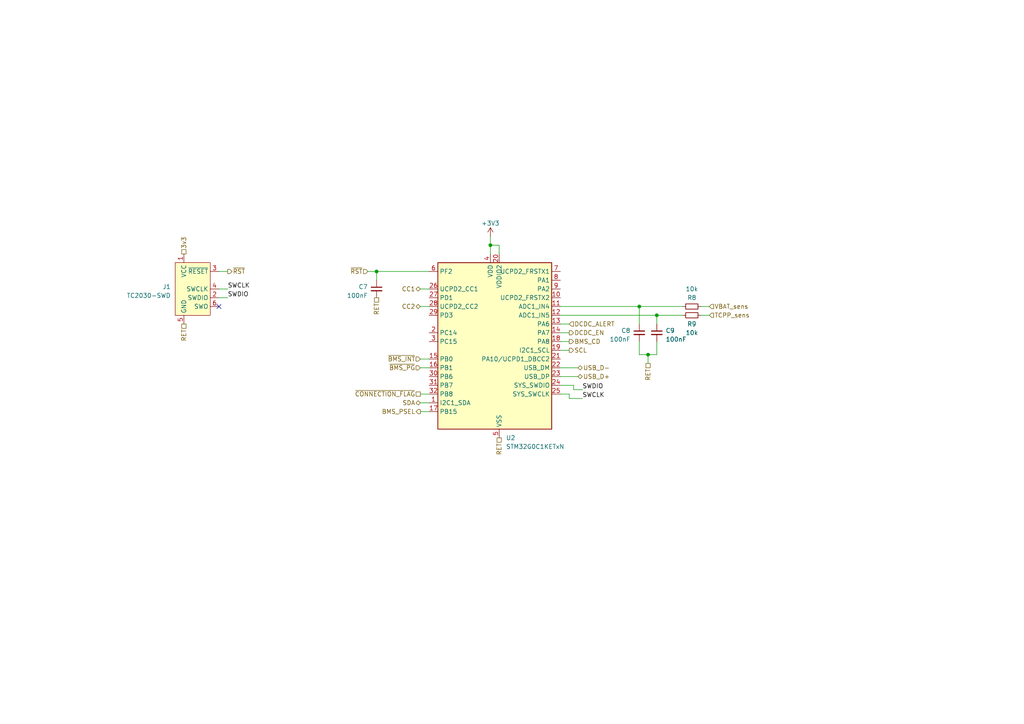
<source format=kicad_sch>
(kicad_sch (version 20230121) (generator eeschema)
  (paper "A4")
  (lib_symbols
    (symbol "Connector:Conn_ARM_SWD_TagConnect_TC2030" (in_bom no)
      (property "Reference" "J" (at 2.54 11.43 0))
      (property "Value" "Conn_ARM_SWD_TagConnect_TC2030" (at 5.08 8.89 0))
      (symbol "Conn_ARM_SWD_TagConnect_TC2030_0_0"
        (pin power_in line (at -2.54 10.16 270) (length 2.54) (name "VCC") (number "1"))
        (pin bidirectional line (at 7.62 -2.54 180) (length 2.54) (name "SWDIO") (number "2"))
        (pin open_collector line (at 7.62 5.08 180) (length 2.54) (name "~{RESET}") (number "3"))
        (pin output line (at 7.62 0 180) (length 2.54) (name "SWCLK") (number "4"))
        (pin power_in line (at -2.54 -10.16 90) (length 2.54) (name "GND") (number "5"))
        (pin input line (at 7.62 -5.08 180) (length 2.54) (name "SWO") (number "6"))
      )
      (symbol "Conn_ARM_SWD_TagConnect_TC2030_0_1"
        (rectangle (start -5.08 7.62) (end 5.08 -7.62) (fill (type background)))
      )
    )
    (symbol "Device:C_Small" (pin_numbers hide) (pin_names (offset 0.254) hide)
      (property "Reference" "C" (at 0.254 1.778 0))
      (property "Value" "C_Small" (at 0.254 -2.032 0))
      (symbol "C_Small_0_1"
        (polyline (pts (xy -1.524 -0.508) (xy 1.524 -0.508)) (stroke (width 0.3302)))
        (polyline (pts (xy -1.524 0.508) (xy 1.524 0.508)) (stroke (width 0.3048)))
      )
      (symbol "C_Small_1_1"
        (pin passive line (at 0 2.54 270) (length 2.032) (name "~") (number "1"))
        (pin passive line (at 0 -2.54 90) (length 2.032) (name "~") (number "2"))
      )
    )
    (symbol "Device:R_Small" (pin_numbers hide) (pin_names (offset 0.254) hide)
      (property "Reference" "R" (at 0.762 0.508 0))
      (property "Value" "R_Small" (at 0.762 -1.016 0))
      (symbol "R_Small_0_1"
        (rectangle (start -0.762 1.778) (end 0.762 -1.778) (stroke (width 0.2032)))
      )
      (symbol "R_Small_1_1"
        (pin passive line (at 0 2.54 270) (length 0.762) (name "~") (number "1"))
        (pin passive line (at 0 -2.54 90) (length 0.762) (name "~") (number "2"))
      )
    )
    (symbol "MCU_ST_STM32G0:STM32G0C1KETxN"
      (property "Reference" "U" (at -15.24 26.67 0))
      (property "Value" "STM32G0C1KETxN" (at 5.08 26.67 0))
      (symbol "STM32G0C1KETxN_0_1"
        (rectangle (start -15.24 -22.86) (end 17.78 25.4) (stroke (width 0.254)) (fill (type background)))
      )
      (symbol "STM32G0C1KETxN_1_1"
        (pin bidirectional line (at -17.78 -15.24 0) (length 2.54) (name "PB9") (number "1") (alternate "I2C1_SDA" bidirectional line) (alternate "UCPD2_FRSTX1" bidirectional line) (alternate "UCPD2_FRSTX2" bidirectional line))
        (pin bidirectional line (at 20.32 15.24 180) (length 2.54) (name "PA3") (number "10") (alternate "UCPD2_FRSTX1" bidirectional line) (alternate "UCPD2_FRSTX2" bidirectional line))
        (pin bidirectional line (at 20.32 12.7 180) (length 2.54) (name "PA4") (number "11") (alternate "ADC1_IN4" bidirectional line) (alternate "UCPD2_FRSTX1" bidirectional line) (alternate "UCPD2_FRSTX2" bidirectional line))
        (pin bidirectional line (at 20.32 10.16 180) (length 2.54) (name "PA5") (number "12") (alternate "ADC1_IN5" bidirectional line))
        (pin bidirectional line (at 20.32 7.62 180) (length 2.54) (name "PA6") (number "13"))
        (pin bidirectional line (at 20.32 5.08 180) (length 2.54) (name "PA7") (number "14"))
        (pin bidirectional line (at -17.78 -2.54 0) (length 2.54) (name "PB0") (number "15"))
        (pin bidirectional line (at -17.78 -5.08 0) (length 2.54) (name "PB1") (number "16"))
        (pin bidirectional line (at -17.78 -17.78 0) (length 2.54) (name "PB15") (number "17"))
        (pin bidirectional line (at 20.32 2.54 180) (length 2.54) (name "PA8") (number "18"))
        (pin bidirectional line (at 20.32 0 180) (length 2.54) (name "PA9/UCPD1_DBCC1") (number "19") (alternate "I2C1_SCL" bidirectional line))
        (pin bidirectional line (at -17.78 5.08 0) (length 2.54) (name "PC14") (number "2"))
        (pin power_in line (at 2.54 27.94 270) (length 2.54) (name "VDDIO2") (number "20"))
        (pin bidirectional line (at 20.32 -2.54 180) (length 2.54) (name "PA10/UCPD1_DBCC2") (number "21") (alternate "I2C1_SDA" bidirectional line))
        (pin bidirectional line (at 20.32 -5.08 180) (length 2.54) (name "PA11/PA9") (number "22") (alternate "USB_DM" bidirectional line))
        (pin bidirectional line (at 20.32 -7.62 180) (length 2.54) (name "PA12/PA10") (number "23") (alternate "USB_DP" bidirectional line))
        (pin bidirectional line (at 20.32 -10.16 180) (length 2.54) (name "PA13") (number "24") (alternate "SYS_SWDIO" bidirectional line))
        (pin bidirectional line (at 20.32 -12.7 180) (length 2.54) (name "PA14") (number "25") (alternate "SYS_SWCLK" bidirectional line))
        (pin bidirectional line (at -17.78 17.78 0) (length 2.54) (name "PD0") (number "26") (alternate "UCPD2_CC1" bidirectional line))
        (pin bidirectional line (at -17.78 15.24 0) (length 2.54) (name "PD1") (number "27"))
        (pin bidirectional line (at -17.78 12.7 0) (length 2.54) (name "PD2") (number "28") (alternate "UCPD2_CC2" bidirectional line))
        (pin bidirectional line (at -17.78 10.16 0) (length 2.54) (name "PD3") (number "29"))
        (pin bidirectional line (at -17.78 2.54 0) (length 2.54) (name "PC15") (number "3"))
        (pin bidirectional line (at -17.78 -7.62 0) (length 2.54) (name "PB6") (number "30") (alternate "I2C1_SCL" bidirectional line))
        (pin bidirectional line (at -17.78 -10.16 0) (length 2.54) (name "PB7") (number "31") (alternate "I2C1_SDA" bidirectional line))
        (pin bidirectional line (at -17.78 -12.7 0) (length 2.54) (name "PB8") (number "32") (alternate "I2C1_SCL" bidirectional line))
        (pin power_in line (at 0 27.94 270) (length 2.54) (name "VDD") (number "4"))
        (pin power_in line (at 2.54 -25.4 90) (length 2.54) (name "VSS") (number "5"))
        (pin bidirectional line (at -17.78 22.86 0) (length 2.54) (name "PF2") (number "6"))
        (pin bidirectional line (at 20.32 22.86 180) (length 2.54) (name "PA0") (number "7") (alternate "UCPD2_FRSTX1" bidirectional line) (alternate "UCPD2_FRSTX2" bidirectional line))
        (pin bidirectional line (at 20.32 20.32 180) (length 2.54) (name "PA1") (number "8"))
        (pin bidirectional line (at 20.32 17.78 180) (length 2.54) (name "PA2") (number "9"))
      )
    )
    (symbol "power:+3V3" (power) (pin_names (offset 0))
      (property "Value" "+3V3" (at 0 3.556 0))
      (symbol "+3V3_0_1"
        (polyline (pts (xy -0.762 1.27) (xy 0 2.54)))
        (polyline (pts (xy 0 0) (xy 0 2.54)))
        (polyline (pts (xy 0 2.54) (xy 0.762 1.27)))
      )
      (symbol "+3V3_1_1"
        (pin power_in line (at 0 0 90) (length 0) hide (name "+3V3") (number "1"))
      )
    )
  )
  (junction (at 187.96 102.87))
  (junction (at 109.22 78.74))
  (junction (at 185.42 88.9))
  (junction (at 190.5 91.44))
  (junction (at 142.24 71.12))
  (no_connect (at 63.5 88.9))
  (wire (pts (xy 121.92 104.14) (xy 124.46 104.14)))
  (wire (pts (xy 121.92 116.84) (xy 124.46 116.84)))
  (wire (pts (xy 124.46 88.9) (xy 121.92 88.9)))
  (wire (pts (xy 165.1 114.3) (xy 162.56 114.3)))
  (wire (pts (xy 162.56 101.6) (xy 165.1 101.6)))
  (wire (pts (xy 185.42 93.98) (xy 185.42 88.9)))
  (wire (pts (xy 121.92 106.68) (xy 124.46 106.68)))
  (wire (pts (xy 162.56 93.98) (xy 165.1 93.98)))
  (wire (pts (xy 166.37 113.03) (xy 166.37 111.76)))
  (wire (pts (xy 198.12 91.44) (xy 190.5 91.44)))
  (wire (pts (xy 162.56 99.06) (xy 165.1 99.06)))
  (wire (pts (xy 190.5 99.06) (xy 190.5 102.87)))
  (wire (pts (xy 63.5 78.74) (xy 66.04 78.74)))
  (wire (pts (xy 124.46 83.82) (xy 121.92 83.82)))
  (wire (pts (xy 166.37 111.76) (xy 162.56 111.76)))
  (wire (pts (xy 168.91 113.03) (xy 166.37 113.03)))
  (wire (pts (xy 187.96 102.87) (xy 185.42 102.87)))
  (wire (pts (xy 106.68 78.74) (xy 109.22 78.74)))
  (wire (pts (xy 203.2 88.9) (xy 205.74 88.9)))
  (wire (pts (xy 142.24 71.12) (xy 142.24 73.66)))
  (wire (pts (xy 203.2 91.44) (xy 205.74 91.44)))
  (wire (pts (xy 162.56 88.9) (xy 185.42 88.9)))
  (wire (pts (xy 187.96 105.41) (xy 187.96 102.87)))
  (wire (pts (xy 168.91 115.57) (xy 165.1 115.57)))
  (wire (pts (xy 121.92 119.38) (xy 124.46 119.38)))
  (wire (pts (xy 162.56 106.68) (xy 167.64 106.68)))
  (wire (pts (xy 121.92 114.3) (xy 124.46 114.3)))
  (wire (pts (xy 190.5 102.87) (xy 187.96 102.87)))
  (wire (pts (xy 162.56 109.22) (xy 167.64 109.22)))
  (wire (pts (xy 109.22 78.74) (xy 124.46 78.74)))
  (wire (pts (xy 162.56 91.44) (xy 190.5 91.44)))
  (wire (pts (xy 165.1 115.57) (xy 165.1 114.3)))
  (wire (pts (xy 190.5 91.44) (xy 190.5 93.98)))
  (wire (pts (xy 185.42 88.9) (xy 198.12 88.9)))
  (wire (pts (xy 142.24 71.12) (xy 144.78 71.12)))
  (wire (pts (xy 142.24 68.58) (xy 142.24 71.12)))
  (wire (pts (xy 185.42 102.87) (xy 185.42 99.06)))
  (wire (pts (xy 63.5 83.82) (xy 66.04 83.82)))
  (wire (pts (xy 162.56 96.52) (xy 165.1 96.52)))
  (wire (pts (xy 109.22 81.28) (xy 109.22 78.74)))
  (wire (pts (xy 63.5 86.36) (xy 66.04 86.36)))
  (wire (pts (xy 144.78 71.12) (xy 144.78 73.66)))
  (label "SWDIO" (at 66.04 86.36 0))
  (label "SWCLK" (at 66.04 83.82 0))
  (label "SWDIO" (at 168.91 113.03 0))
  (label "SWCLK" (at 168.91 115.57 0))
  (hierarchical_label "USB_D-" (shape bidirectional) (at 167.64 106.68 0) (property "Intersheetrefs" "${INTERSHEET_REFS}" (effects hide)))
  (hierarchical_label "CC2" (shape bidirectional) (at 121.92 88.9 180) (property "Intersheetrefs" "${INTERSHEET_REFS}" (effects hide)))
  (hierarchical_label "TCPP_sens" (shape input) (at 205.74 91.44 0) (property "Intersheetrefs" "${INTERSHEET_REFS}" (effects hide)))
  (hierarchical_label "VBAT_sens" (shape input) (at 205.74 88.9 0) (property "Intersheetrefs" "${INTERSHEET_REFS}" (effects hide)))
  (hierarchical_label "BMS_CD" (shape output) (at 165.1 99.06 0) (property "Intersheetrefs" "${INTERSHEET_REFS}" (effects hide)))
  (hierarchical_label "~{BMS_PG}" (shape input) (at 121.92 106.68 180) (property "Intersheetrefs" "${INTERSHEET_REFS}" (effects hide)))
  (hierarchical_label "CC1" (shape bidirectional) (at 121.92 83.82 180) (property "Intersheetrefs" "${INTERSHEET_REFS}" (effects hide)))
  (hierarchical_label "~{BMS_INT}" (shape input) (at 121.92 104.14 180) (property "Intersheetrefs" "${INTERSHEET_REFS}" (effects hide)))
  (hierarchical_label "3v3" (shape passive) (at 53.34 73.66 90))
  (hierarchical_label "RET" (shape passive) (at 53.34 93.98 270))
  (hierarchical_label "SDA" (shape bidirectional) (at 121.92 116.84 180) (property "Intersheetrefs" "${INTERSHEET_REFS}" (effects hide)))
  (hierarchical_label "DCDC_ALERT" (shape input) (at 165.1 93.98 0) (property "Intersheetrefs" "${INTERSHEET_REFS}" (effects hide)))
  (hierarchical_label "SCL" (shape output) (at 165.1 101.6 0) (property "Intersheetrefs" "${INTERSHEET_REFS}" (effects hide)))
  (hierarchical_label "~{CONNECTION_FLAG}" (shape passive) (at 121.92 114.3 180) (property "Intersheetrefs" "${INTERSHEET_REFS}" (effects hide)))
  (hierarchical_label "RET" (shape passive) (at 144.78 127 270))
  (hierarchical_label "RET" (shape passive) (at 187.96 105.41 270))
  (hierarchical_label "BMS_PSEL" (shape output) (at 121.92 119.38 180) (property "Intersheetrefs" "${INTERSHEET_REFS}" (effects hide)))
  (hierarchical_label "~{RST}" (shape input) (at 106.68 78.74 180) (property "Intersheetrefs" "${INTERSHEET_REFS}" (effects hide)))
  (hierarchical_label "~{RST}" (shape output) (at 66.04 78.74 0) (property "Intersheetrefs" "${INTERSHEET_REFS}" (effects hide)))
  (hierarchical_label "DCDC_EN" (shape output) (at 165.1 96.52 0) (property "Intersheetrefs" "${INTERSHEET_REFS}" (effects hide)))
  (hierarchical_label "USB_D+" (shape bidirectional) (at 167.64 109.22 0) (property "Intersheetrefs" "${INTERSHEET_REFS}" (effects hide)))
  (hierarchical_label "RET" (shape passive) (at 109.22 86.36 270))
  (symbol (lib_id "Device:C_Small") (at 190.5 96.52 0) (mirror y) (unit 1)
    (property "Reference" "C9" (at 193.04 95.8913 0) (effects (justify right)))
    (property "Value" "100nF" (at 193.04 98.4313 0) (effects (justify right)))
    (property "Footprint" "Capacitor_SMD:C_0402_1005Metric" (effects hide))
  )
  (symbol (lib_id "Device:C_Small") (at 185.42 96.52 0) (unit 1)
    (property "Reference" "C8" (at 182.88 95.8913 0) (effects (justify right)))
    (property "Value" "100nF" (at 182.88 98.4313 0) (effects (justify right)))
    (property "Footprint" "Capacitor_SMD:C_0402_1005Metric" (effects hide))
  )
  (symbol (lib_id "power:+3V3") (at 142.24 68.58 0) (unit 1)
    (property "Reference" "#PWR015" (effects hide))
    (property "Value" "+3V3" (at 142.24 64.77 0))
    (instances (project "USB-PD_lipo" (path "" (reference "#PWR015") (unit 1)) (path "" (reference "#PWR013") (unit 1))))
  )
  (symbol (lib_id "Device:R_Small") (at 200.66 91.44 90) (mirror x) (unit 1)
    (property "Reference" "R9" (at 200.66 93.98 90))
    (property "Value" "10k" (at 200.66 96.52 90))
    (property "Footprint" "Resistor_SMD:R_0603_1608Metric" (effects hide))
  )
  (symbol (lib_id "Connector:Conn_ARM_SWD_TagConnect_TC2030") (at 55.88 83.82 0) (unit 1) (in_bom no)
    (property "Reference" "J1" (at 49.53 83.185 0) (effects (justify right)))
    (property "Value" "TC2030-SWD" (at 49.53 85.725 0) (effects (justify right)))
    (property "Footprint" "Connector:Tag-Connect_TC2030-IDC-FP_2x03_P1.27mm_Vertical" (effects hide))
    (property "Datasheet" "https://www.tag-connect.com/wp-content/uploads/bsk-pdf-manager/TC2030-CTX_1.pdf" (effects hide))
  )
  (symbol (lib_id "Device:C_Small") (at 109.22 83.82 0) (unit 1)
    (property "Reference" "C7" (at 106.68 83.1913 0) (effects (justify right)))
    (property "Value" "100nF" (at 106.68 85.7313 0) (effects (justify right)))
    (property "Footprint" "Capacitor_SMD:C_0402_1005Metric" (effects hide))
  )
  (symbol (lib_id "MCU_ST_STM32G0:STM32G0C1KETxN") (at 142.24 101.6 0) (unit 1)
    (property "Reference" "U2" (at 146.7359 127 0) (effects (justify left)))
    (property "Value" "STM32G0C1KETxN" (at 146.7359 129.54 0) (effects (justify left)))
    (property "Footprint" "Package_QFP:LQFP-32_7x7mm_P0.8mm" (effects hide))
    (property "Datasheet" "https://www.st.com/resource/en/datasheet/stm32g0c1ke.pdf" (effects hide))
    (pin "1" (alternate "I2C1_SDA"))
    (pin "10" (alternate "UCPD2_FRSTX2"))
    (pin "11" (alternate "ADC1_IN4"))
    (pin "12" (alternate "ADC1_IN5"))
    (pin "19" (alternate "I2C1_SCL"))
    (pin "22" (alternate "USB_DM"))
    (pin "23" (alternate "USB_DP"))
    (pin "24" (alternate "SYS_SWDIO"))
    (pin "25" (alternate "SYS_SWCLK"))
    (pin "26" (alternate "UCPD2_CC1"))
    (pin "28" (alternate "UCPD2_CC2"))
    (pin "7" (alternate "UCPD2_FRSTX1"))
  )
  (symbol (lib_id "Device:R_Small") (at 200.66 88.9 90) (unit 1)
    (property "Reference" "R8" (at 200.66 86.36 90))
    (property "Value" "10k" (at 200.66 83.82 90))
    (property "Footprint" "Resistor_SMD:R_0603_1608Metric" (effects hide))
  )
)
</source>
